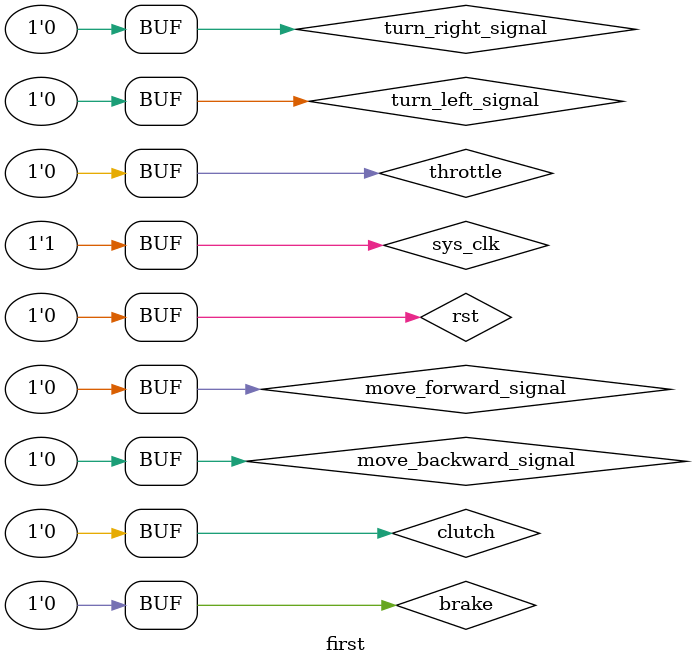
<source format=v>
`timescale 1ns / 1ps


module first();
 reg sys_clk; //bind to P17 pin (100MHz system clock)
   reg rst;
    
   reg throttle;//油门
   reg clutch;//离合
   reg brake;

   reg turn_left_signal;
   reg turn_right_signal;
   reg move_forward_signal;
   reg move_backward_signal;
  wire[7:0]rec;
    wire[7:0]answer;
    wire[1:0]state;
ManualDrivingMode try(
    .clk(sys_clk),.rst(rst),.throttle(throttle),.clutch(clutch),.brake(brake),.turn_left_signal(turn_left_signal)
    ,.turn_right_signal(turn_right_signal),.move_backward_signal(move_backward_signal),.move_forward_signal(move_forward_signal)
    ,.rec(rec),.answer(answer),.state1(state)
);
// initial fork
//     sys_clk<=0;
//     {rx,rst,throttle,clutch,brake,turn_left_signal,turn_right_signal,move_backward_signal,
//     move_forward_signal,place_barrier_signal,destroy_barrier_signal
//     } <= 11'b00000000000;
//     repeat(2047) begin
//         #2 {rx,rst,throttle,clutch,brake,turn_left_signal,turn_right_signal,move_backward_signal,
//     move_forward_signal,place_barrier_signal,destroy_barrier_signal
//     } <= {rx,rst,throttle,clutch,brake,turn_left_signal,turn_right_signal,move_backward_signal,
//     move_forward_signal,place_barrier_signal,destroy_barrier_signal
//     } + 1;
//     end
//   forever begin
//     #2 sys_clk=~sys_clk;
//   end
   
//    $finish();
// join
initial begin
    {rst,throttle,clutch,brake,turn_left_signal,turn_right_signal,move_backward_signal,
    move_forward_signal,sys_clk
    } = 9'b0000000001;
    // repeat(2050) begin
    //     #2 {rst,throttle,clutch,brake,turn_left_signal,turn_right_signal,move_backward_signal,
    // move_forward_signal,place_barrier_signal,destroy_barrier_signal,sys_clk
    // } = {rst,throttle,clutch,brake,turn_left_signal,turn_right_signal,move_backward_signal,
    // move_forward_signal,place_barrier_signal,destroy_barrier_signal,sys_clk
    // } + 1;
    // end $finish();
end
endmodule

</source>
